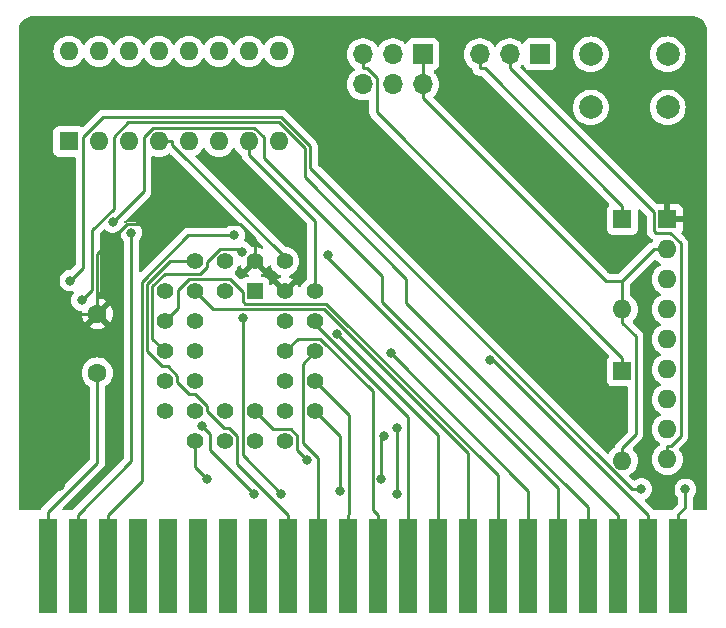
<source format=gbr>
%TF.GenerationSoftware,KiCad,Pcbnew,8.0.2*%
%TF.CreationDate,2024-08-26T19:14:41+02:00*%
%TF.ProjectId,c64-megacart,6336342d-6d65-4676-9163-6172742e6b69,rev?*%
%TF.SameCoordinates,Original*%
%TF.FileFunction,Copper,L2,Bot*%
%TF.FilePolarity,Positive*%
%FSLAX46Y46*%
G04 Gerber Fmt 4.6, Leading zero omitted, Abs format (unit mm)*
G04 Created by KiCad (PCBNEW 8.0.2) date 2024-08-26 19:14:41*
%MOMM*%
%LPD*%
G01*
G04 APERTURE LIST*
%TA.AperFunction,ComponentPad*%
%ADD10C,1.600000*%
%TD*%
%TA.AperFunction,ComponentPad*%
%ADD11C,2.000000*%
%TD*%
%TA.AperFunction,SMDPad,CuDef*%
%ADD12R,1.524000X8.000000*%
%TD*%
%TA.AperFunction,ComponentPad*%
%ADD13R,1.600000X1.600000*%
%TD*%
%TA.AperFunction,ComponentPad*%
%ADD14O,1.600000X1.600000*%
%TD*%
%TA.AperFunction,ComponentPad*%
%ADD15R,1.700000X1.700000*%
%TD*%
%TA.AperFunction,ComponentPad*%
%ADD16O,1.700000X1.700000*%
%TD*%
%TA.AperFunction,ComponentPad*%
%ADD17R,1.422400X1.422400*%
%TD*%
%TA.AperFunction,ComponentPad*%
%ADD18C,1.422400*%
%TD*%
%TA.AperFunction,ViaPad*%
%ADD19C,0.800000*%
%TD*%
%TA.AperFunction,Conductor*%
%ADD20C,0.250000*%
%TD*%
G04 APERTURE END LIST*
D10*
%TO.P,C1,1*%
%TO.N,+5V*%
X29845000Y-51435000D03*
%TO.P,C1,2*%
%TO.N,GND*%
X29845000Y-56435000D03*
%TD*%
D11*
%TO.P,SW1,1*%
%TO.N,GND*%
X71628000Y-29464000D03*
X78128000Y-29464000D03*
%TO.P,SW1,2*%
%TO.N,~{RES}*%
X71628000Y-33964000D03*
X78128000Y-33964000D03*
%TD*%
D12*
%TO.P,U1,A*%
%TO.N,GND*%
X25654000Y-72769726D03*
%TO.P,U1,B*%
%TO.N,~{ROMH}*%
X28194000Y-72769726D03*
%TO.P,U1,C*%
%TO.N,~{RES}*%
X30734000Y-72769726D03*
%TO.P,U1,D*%
%TO.N,Net-(U1-PadD)*%
X33274000Y-72769726D03*
%TO.P,U1,E*%
%TO.N,Net-(U1-PadE)*%
X35814000Y-72769726D03*
%TO.P,U1,F*%
%TO.N,Net-(U1-PadF)*%
X38354000Y-72769726D03*
%TO.P,U1,H*%
%TO.N,Net-(U1-PadH)*%
X40894000Y-72769726D03*
%TO.P,U1,J*%
%TO.N,Net-(U1-PadJ)*%
X43434000Y-72769726D03*
%TO.P,U1,K*%
%TO.N,Net-(U1-PadK)*%
X45974000Y-72769726D03*
%TO.P,U1,L*%
%TO.N,Net-(U1-PadL)*%
X48514000Y-72769726D03*
%TO.P,U1,M*%
%TO.N,Net-(U1-PadM)*%
X51054000Y-72769726D03*
%TO.P,U1,N*%
%TO.N,Net-(U1-PadN)*%
X53594000Y-72769726D03*
%TO.P,U1,P*%
%TO.N,Net-(U1-PadP)*%
X56134000Y-72769726D03*
%TO.P,U1,R*%
%TO.N,Net-(U1-PadR)*%
X58674000Y-72769726D03*
%TO.P,U1,S*%
%TO.N,Net-(U1-PadS)*%
X61214000Y-72769726D03*
%TO.P,U1,T*%
%TO.N,Net-(U1-PadT)*%
X63754000Y-72769726D03*
%TO.P,U1,U*%
%TO.N,Net-(U1-PadU)*%
X66294000Y-72769726D03*
%TO.P,U1,V*%
%TO.N,Net-(U1-PadV)*%
X68834000Y-72769726D03*
%TO.P,U1,W*%
%TO.N,Net-(U1-PadW)*%
X71374000Y-72769726D03*
%TO.P,U1,X*%
%TO.N,Net-(U1-PadX)*%
X73914000Y-72769726D03*
%TO.P,U1,Y*%
%TO.N,Net-(U1-PadY)*%
X76454000Y-72769726D03*
%TO.P,U1,Z*%
%TO.N,GND*%
X78994000Y-72769726D03*
%TD*%
D13*
%TO.P,RN1,1*%
%TO.N,+5V*%
X78105000Y-43434000D03*
D14*
%TO.P,RN1,2*%
%TO.N,~{OE}*%
X78105000Y-45974000D03*
%TO.P,RN1,3*%
%TO.N,Net-(RN1-Pad3)*%
X78105000Y-48514000D03*
%TO.P,RN1,4*%
%TO.N,A18*%
X78105000Y-51054000D03*
%TO.P,RN1,5*%
%TO.N,A17*%
X78105000Y-53594000D03*
%TO.P,RN1,6*%
%TO.N,A16*%
X78105000Y-56134000D03*
%TO.P,RN1,7*%
%TO.N,A15*%
X78105000Y-58674000D03*
%TO.P,RN1,8*%
%TO.N,A14*%
X78105000Y-61214000D03*
%TO.P,RN1,9*%
%TO.N,A13*%
X78105000Y-63754000D03*
%TD*%
D13*
%TO.P,D1,1*%
%TO.N,~{ROML}*%
X74295000Y-43434000D03*
D14*
%TO.P,D1,2*%
%TO.N,~{OE}*%
X74295000Y-51054000D03*
%TD*%
D13*
%TO.P,D2,1*%
%TO.N,~{ROMH}*%
X74295000Y-56261000D03*
D14*
%TO.P,D2,2*%
%TO.N,~{OE}*%
X74295000Y-63881000D03*
%TD*%
D15*
%TO.P,J1,1*%
%TO.N,~{OE}*%
X57404000Y-29464000D03*
D16*
%TO.P,J1,2*%
X57404000Y-32004000D03*
%TO.P,J1,3*%
%TO.N,~{ROML}*%
X54864000Y-29464000D03*
%TO.P,J1,4*%
%TO.N,~{OE}*%
X54864000Y-32004000D03*
%TO.P,J1,5*%
%TO.N,~{ROMH}*%
X52324000Y-29464000D03*
%TO.P,J1,6*%
%TO.N,~{OE}*%
X52324000Y-32004000D03*
%TD*%
D15*
%TO.P,J2,1*%
%TO.N,Net-(J2-Pad1)*%
X67310000Y-29464000D03*
D16*
%TO.P,J2,2*%
%TO.N,A13*%
X64770000Y-29464000D03*
%TO.P,J2,3*%
%TO.N,~{ROML}*%
X62230000Y-29464000D03*
%TD*%
D13*
%TO.P,SW2,1*%
%TO.N,~{GAME}*%
X27432000Y-36830000D03*
D14*
%TO.P,SW2,2*%
%TO.N,~{EXROM}*%
X29972000Y-36830000D03*
%TO.P,SW2,3*%
%TO.N,A18*%
X32512000Y-36830000D03*
%TO.P,SW2,4*%
%TO.N,A17*%
X35052000Y-36830000D03*
%TO.P,SW2,5*%
%TO.N,A16*%
X37592000Y-36830000D03*
%TO.P,SW2,6*%
%TO.N,A15*%
X40132000Y-36830000D03*
%TO.P,SW2,7*%
%TO.N,A14*%
X42672000Y-36830000D03*
%TO.P,SW2,8*%
%TO.N,Net-(J2-Pad1)*%
X45212000Y-36830000D03*
%TO.P,SW2,9*%
%TO.N,GND*%
X45212000Y-29210000D03*
%TO.P,SW2,10*%
X42672000Y-29210000D03*
%TO.P,SW2,11*%
X40132000Y-29210000D03*
%TO.P,SW2,12*%
X37592000Y-29210000D03*
%TO.P,SW2,13*%
X35052000Y-29210000D03*
%TO.P,SW2,14*%
X32512000Y-29210000D03*
%TO.P,SW2,15*%
X29972000Y-29210000D03*
%TO.P,SW2,16*%
X27432000Y-29210000D03*
%TD*%
D17*
%TO.P,U2,1*%
%TO.N,A18*%
X43180000Y-49530000D03*
D18*
%TO.P,U2,2*%
%TO.N,A16*%
X40640000Y-46990000D03*
%TO.P,U2,3*%
%TO.N,A15*%
X40640000Y-49530000D03*
%TO.P,U2,4*%
%TO.N,Net-(U1-PadK)*%
X38100000Y-46990000D03*
%TO.P,U2,5*%
%TO.N,Net-(U1-PadR)*%
X35560000Y-49530000D03*
%TO.P,U2,6*%
%TO.N,Net-(U1-PadS)*%
X38100000Y-49530000D03*
%TO.P,U2,7*%
%TO.N,Net-(U1-PadT)*%
X35560000Y-52070000D03*
%TO.P,U2,8*%
%TO.N,Net-(U1-PadU)*%
X38100000Y-52070000D03*
%TO.P,U2,9*%
%TO.N,Net-(U1-PadV)*%
X35560000Y-54610000D03*
%TO.P,U2,10*%
%TO.N,Net-(U1-PadW)*%
X38100000Y-54610000D03*
%TO.P,U2,11*%
%TO.N,Net-(U1-PadX)*%
X35560000Y-57150000D03*
%TO.P,U2,12*%
%TO.N,Net-(U1-PadY)*%
X38100000Y-57150000D03*
%TO.P,U2,13*%
%TO.N,D0*%
X35560000Y-59690000D03*
%TO.P,U2,14*%
%TO.N,D1*%
X38100000Y-62230000D03*
%TO.P,U2,15*%
%TO.N,D2*%
X38100000Y-59690000D03*
%TO.P,U2,16*%
%TO.N,GND*%
X40640000Y-62230000D03*
%TO.P,U2,17*%
%TO.N,D3*%
X40640000Y-59690000D03*
%TO.P,U2,18*%
%TO.N,D4*%
X43180000Y-62230000D03*
%TO.P,U2,19*%
%TO.N,D5*%
X43180000Y-59690000D03*
%TO.P,U2,20*%
%TO.N,D6*%
X45720000Y-62230000D03*
%TO.P,U2,21*%
%TO.N,D7*%
X48260000Y-59690000D03*
%TO.P,U2,22*%
%TO.N,GND*%
X45720000Y-59690000D03*
%TO.P,U2,23*%
%TO.N,Net-(U1-PadM)*%
X48260000Y-57150000D03*
%TO.P,U2,24*%
%TO.N,~{OE}*%
X45720000Y-57150000D03*
%TO.P,U2,25*%
%TO.N,Net-(U1-PadL)*%
X48260000Y-54610000D03*
%TO.P,U2,26*%
%TO.N,Net-(U1-PadN)*%
X45720000Y-54610000D03*
%TO.P,U2,27*%
%TO.N,Net-(U1-PadP)*%
X48260000Y-52070000D03*
%TO.P,U2,28*%
%TO.N,A13*%
X45720000Y-52070000D03*
%TO.P,U2,29*%
%TO.N,A14*%
X48260000Y-49530000D03*
%TO.P,U2,30*%
%TO.N,A17*%
X45720000Y-46990000D03*
%TO.P,U2,31*%
%TO.N,+5V*%
X45720000Y-49530000D03*
%TO.P,U2,32*%
X43180000Y-46990000D03*
%TD*%
D19*
%TO.N,GND*%
X79625000Y-66301300D03*
%TO.N,+5V*%
X26670000Y-66040000D03*
%TO.N,Net-(U1-PadU)*%
X54669500Y-54776500D03*
%TO.N,Net-(U1-PadV)*%
X42112100Y-46195300D03*
X49377500Y-46445700D03*
%TO.N,Net-(U1-PadW)*%
X31152600Y-43649800D03*
%TO.N,Net-(U1-PadX)*%
X28538500Y-50293400D03*
%TO.N,Net-(U1-PadY)*%
X63103900Y-55369200D03*
%TO.N,Net-(U1-PadR)*%
X50128700Y-53123200D03*
%TO.N,~{RES}*%
X41442100Y-44799700D03*
%TO.N,~{GAME}*%
X38708000Y-60947300D03*
X43088900Y-66698200D03*
%TO.N,~{EXROM}*%
X42143400Y-51758100D03*
X45417500Y-66677300D03*
%TO.N,~{ROML}*%
X55194200Y-66679800D03*
X55194200Y-61144000D03*
%TO.N,D7*%
X50386100Y-66446300D03*
%TO.N,D5*%
X47631800Y-63813700D03*
%TO.N,D1*%
X39116000Y-65457600D03*
X53892300Y-65457600D03*
X54098600Y-61800600D03*
%TO.N,D0*%
X27555400Y-48630800D03*
X75908200Y-66275700D03*
%TO.N,~{ROMH}*%
X32713000Y-44562300D03*
%TD*%
D20*
%TO.N,GND*%
X29845000Y-56435000D02*
X29845000Y-64027000D01*
X79625000Y-67813400D02*
X79625000Y-66301300D01*
X78994000Y-68444400D02*
X79625000Y-67813400D01*
X25654000Y-68218000D02*
X25654000Y-72769700D01*
X78994000Y-72769700D02*
X78994000Y-68444400D01*
X29845000Y-64027000D02*
X25654000Y-68218000D01*
%TO.N,+5V*%
X24765000Y-28575000D02*
X24765000Y-48260000D01*
X27305000Y-51435000D02*
X29845000Y-51435000D01*
X26670000Y-66040000D02*
X24765000Y-64135000D01*
X24765000Y-48895000D02*
X24765000Y-48260000D01*
X79756000Y-43434000D02*
X80645000Y-42545000D01*
X43180000Y-46990000D02*
X45720000Y-49530000D01*
X24765000Y-64135000D02*
X24765000Y-48895000D01*
X41910000Y-43815000D02*
X43180000Y-45085000D01*
X80645000Y-29210000D02*
X78740000Y-27305000D01*
X78105000Y-43434000D02*
X79756000Y-43434000D01*
X32385000Y-43815000D02*
X41910000Y-43815000D01*
X29845000Y-51435000D02*
X29845000Y-46355000D01*
X29845000Y-46355000D02*
X32385000Y-43815000D01*
X80645000Y-42545000D02*
X80645000Y-29210000D01*
X26035000Y-27305000D02*
X24765000Y-28575000D01*
X24765000Y-48895000D02*
X27305000Y-51435000D01*
X43180000Y-45085000D02*
X43180000Y-46990000D01*
X78740000Y-27305000D02*
X26035000Y-27305000D01*
%TO.N,A13*%
X76979600Y-42848900D02*
X64770000Y-30639300D01*
X79232000Y-61783000D02*
X79232000Y-45481500D01*
X78105000Y-62628700D02*
X78386300Y-62628700D01*
X78386300Y-62628700D02*
X79232000Y-61783000D01*
X76979600Y-44393100D02*
X76979600Y-42848900D01*
X78309900Y-44559400D02*
X77145900Y-44559400D01*
X64770000Y-29464000D02*
X64770000Y-30639300D01*
X79232000Y-45481500D02*
X78309900Y-44559400D01*
X78105000Y-63754000D02*
X78105000Y-62628700D01*
X77145900Y-44559400D02*
X76979600Y-44393100D01*
%TO.N,A14*%
X42672000Y-37955300D02*
X48260000Y-43543300D01*
X48260000Y-43543300D02*
X48260000Y-49530000D01*
X42672000Y-36830000D02*
X42672000Y-37955300D01*
%TO.N,A17*%
X45720000Y-46654100D02*
X36177300Y-37111400D01*
X45720000Y-46990000D02*
X45720000Y-46654100D01*
X35052000Y-36830000D02*
X36177300Y-36830000D01*
X36177300Y-37111400D02*
X36177300Y-36830000D01*
%TO.N,Net-(U1-PadK)*%
X36596600Y-57167100D02*
X36596600Y-56666100D01*
X35962800Y-46990000D02*
X38100000Y-46990000D01*
X45974000Y-72769700D02*
X45974000Y-68444400D01*
X39136600Y-59204500D02*
X38118700Y-58186600D01*
X45974000Y-68444400D02*
X41693000Y-64163400D01*
X41693000Y-64163400D02*
X41693000Y-61800600D01*
X41693000Y-61800600D02*
X41011700Y-61119300D01*
X38118700Y-58186600D02*
X37616100Y-58186600D01*
X36596600Y-56666100D02*
X35810500Y-55880000D01*
X37616100Y-58186600D02*
X36596600Y-57167100D01*
X40580600Y-61119300D02*
X39136600Y-59675300D01*
X34036600Y-54588900D02*
X34036600Y-48916200D01*
X35327700Y-55880000D02*
X34036600Y-54588900D01*
X35810500Y-55880000D02*
X35327700Y-55880000D01*
X41011700Y-61119300D02*
X40580600Y-61119300D01*
X39136600Y-59675300D02*
X39136600Y-59204500D01*
X34036600Y-48916200D02*
X35962800Y-46990000D01*
%TO.N,Net-(U1-PadL)*%
X48514000Y-72769700D02*
X48514000Y-68444400D01*
X47221700Y-55648300D02*
X48260000Y-54610000D01*
X48514000Y-68444400D02*
X48514000Y-63670100D01*
X48514000Y-63670100D02*
X47221700Y-62377800D01*
X47221700Y-62377800D02*
X47221700Y-55648300D01*
%TO.N,Net-(U1-PadM)*%
X51111900Y-60001900D02*
X48260000Y-57150000D01*
X51054000Y-72769700D02*
X51054000Y-68444400D01*
X51054000Y-68444400D02*
X51111900Y-68386500D01*
X51111900Y-68386500D02*
X51111900Y-60001900D01*
%TO.N,Net-(U1-PadU)*%
X54669500Y-54776500D02*
X66294000Y-66401000D01*
X66294000Y-66401000D02*
X66294000Y-72769700D01*
%TO.N,Net-(U1-PadV)*%
X40194200Y-45953400D02*
X41870200Y-45953400D01*
X39136600Y-47011000D02*
X40194200Y-45953400D01*
X38525300Y-48043000D02*
X39136600Y-47431700D01*
X68834000Y-66148600D02*
X68834000Y-72769700D01*
X49377500Y-46692100D02*
X68834000Y-66148600D01*
X34503000Y-53553000D02*
X34503000Y-49086700D01*
X35560000Y-54610000D02*
X34503000Y-53553000D01*
X41870200Y-45953400D02*
X42112100Y-46195300D01*
X49377500Y-46445700D02*
X49377500Y-46692100D01*
X35546700Y-48043000D02*
X38525300Y-48043000D01*
X39136600Y-47431700D02*
X39136600Y-47011000D01*
X34503000Y-49086700D02*
X35546700Y-48043000D01*
%TO.N,Net-(U1-PadW)*%
X33782000Y-41020400D02*
X33782000Y-36482000D01*
X43137900Y-35679000D02*
X43942000Y-36483100D01*
X71374000Y-67825500D02*
X71374000Y-72769700D01*
X31152600Y-43649800D02*
X33782000Y-41020400D01*
X34585000Y-35679000D02*
X43137900Y-35679000D01*
X33782000Y-36482000D02*
X34585000Y-35679000D01*
X53959500Y-48275400D02*
X53959500Y-50411000D01*
X53959500Y-50411000D02*
X71374000Y-67825500D01*
X43942000Y-36483100D02*
X43942000Y-38257900D01*
X43942000Y-38257900D02*
X53959500Y-48275400D01*
%TO.N,Net-(U1-PadX)*%
X29394600Y-49437300D02*
X28538500Y-50293400D01*
X55992400Y-48457500D02*
X47394700Y-39859800D01*
X45213100Y-35228700D02*
X32480400Y-35228700D01*
X31242000Y-42527800D02*
X29394600Y-44375200D01*
X55992400Y-50522800D02*
X55992400Y-48457500D01*
X47394700Y-37410300D02*
X45213100Y-35228700D01*
X32480400Y-35228700D02*
X31242000Y-36467100D01*
X73914000Y-72769700D02*
X73914000Y-68444400D01*
X31242000Y-36467100D02*
X31242000Y-42527800D01*
X47394700Y-39859800D02*
X47394700Y-37410300D01*
X29394600Y-44375200D02*
X29394600Y-49437300D01*
X73914000Y-68444400D02*
X55992400Y-50522800D01*
%TO.N,Net-(U1-PadY)*%
X76454000Y-68444400D02*
X63378800Y-55369200D01*
X63378800Y-55369200D02*
X63103900Y-55369200D01*
X76454000Y-72769700D02*
X76454000Y-68444400D01*
%TO.N,Net-(U1-PadR)*%
X58674000Y-72769700D02*
X58674000Y-68444400D01*
X50128700Y-53123200D02*
X58674000Y-61668500D01*
X58674000Y-61668500D02*
X58674000Y-68444400D01*
%TO.N,Net-(U1-PadS)*%
X61214000Y-72769700D02*
X61214000Y-63182500D01*
X49056400Y-51024900D02*
X39594900Y-51024900D01*
X39594900Y-51024900D02*
X38100000Y-49530000D01*
X61214000Y-63182500D02*
X49056400Y-51024900D01*
%TO.N,Net-(U1-PadT)*%
X42143400Y-50375900D02*
X42334000Y-50566500D01*
X49234900Y-50566500D02*
X63754000Y-65085600D01*
X63754000Y-65085600D02*
X63754000Y-72769700D01*
X42334000Y-50566500D02*
X49234900Y-50566500D01*
X36667400Y-50962600D02*
X36667400Y-49442100D01*
X35560000Y-52070000D02*
X36667400Y-50962600D01*
X42143400Y-49562500D02*
X42143400Y-50375900D01*
X41074300Y-48493400D02*
X42143400Y-49562500D01*
X36667400Y-49442100D02*
X37616100Y-48493400D01*
X37616100Y-48493400D02*
X41074300Y-48493400D01*
%TO.N,Net-(U1-PadP)*%
X56134000Y-72769700D02*
X56134000Y-68444400D01*
X48260000Y-52070000D02*
X48260000Y-52280200D01*
X48260000Y-52280200D02*
X56134000Y-60154200D01*
X56134000Y-60154200D02*
X56134000Y-68444400D01*
%TO.N,Net-(U1-PadN)*%
X53594000Y-72769700D02*
X53594000Y-68444400D01*
X53166900Y-57985100D02*
X48718900Y-53537100D01*
X53594000Y-68444400D02*
X53166900Y-68017300D01*
X53166900Y-68017300D02*
X53166900Y-57985100D01*
X46792900Y-53537100D02*
X45720000Y-54610000D01*
X48718900Y-53537100D02*
X46792900Y-53537100D01*
%TO.N,~{OE}*%
X57404000Y-32004000D02*
X57404000Y-33179300D01*
X75420300Y-53304600D02*
X75420300Y-61630400D01*
X74295000Y-63881000D02*
X74295000Y-62755700D01*
X74295000Y-52179300D02*
X75420300Y-53304600D01*
X78105000Y-45974000D02*
X76979700Y-45974000D01*
X57404000Y-29464000D02*
X57404000Y-32004000D01*
X76979700Y-45974000D02*
X74295000Y-48658700D01*
X72883400Y-48658700D02*
X57404000Y-33179300D01*
X74295000Y-48658700D02*
X72883400Y-48658700D01*
X74295000Y-51054000D02*
X74295000Y-52179300D01*
X74295000Y-48658700D02*
X74295000Y-51054000D01*
X75420300Y-61630400D02*
X74295000Y-62755700D01*
%TO.N,~{RES}*%
X41442100Y-44799700D02*
X37516200Y-44799700D01*
X37516200Y-44799700D02*
X33586200Y-48729700D01*
X30734000Y-72769700D02*
X30734000Y-68444400D01*
X33586200Y-65592200D02*
X30734000Y-68444400D01*
X33586200Y-48729700D02*
X33586200Y-65592200D01*
%TO.N,~{GAME}*%
X43088900Y-66698200D02*
X39370100Y-62979400D01*
X39370100Y-61609400D02*
X38708000Y-60947300D01*
X39370100Y-62979400D02*
X39370100Y-61609400D01*
%TO.N,~{EXROM}*%
X42143400Y-63403200D02*
X42143400Y-51758100D01*
X45417500Y-66677300D02*
X42143400Y-63403200D01*
%TO.N,~{ROML}*%
X62625600Y-30639300D02*
X74295000Y-42308700D01*
X62230000Y-29464000D02*
X62230000Y-30639300D01*
X55194200Y-66679800D02*
X55194200Y-61144000D01*
X74295000Y-43434000D02*
X74295000Y-42308700D01*
X62230000Y-30639300D02*
X62625600Y-30639300D01*
%TO.N,D7*%
X50386100Y-61816100D02*
X50386100Y-66446300D01*
X48260000Y-59690000D02*
X50386100Y-61816100D01*
%TO.N,D5*%
X44683400Y-61193400D02*
X46221300Y-61193400D01*
X46771200Y-62953100D02*
X47631800Y-63813700D01*
X46221300Y-61193400D02*
X46771200Y-61743300D01*
X43180000Y-59690000D02*
X44683400Y-61193400D01*
X46771200Y-61743300D02*
X46771200Y-62953100D01*
%TO.N,D1*%
X53892300Y-62006900D02*
X54098600Y-61800600D01*
X38100000Y-64441600D02*
X39116000Y-65457600D01*
X53892300Y-65457600D02*
X53892300Y-62006900D01*
X38100000Y-62230000D02*
X38100000Y-64441600D01*
%TO.N,D0*%
X75073200Y-66275700D02*
X47872300Y-39074800D01*
X47872300Y-37250900D02*
X45399800Y-34778400D01*
X47872300Y-39074800D02*
X47872300Y-37250900D01*
X30358400Y-34778400D02*
X28630800Y-36506000D01*
X28630800Y-47555400D02*
X27555400Y-48630800D01*
X28630800Y-36506000D02*
X28630800Y-47555400D01*
X75908200Y-66275700D02*
X75073200Y-66275700D01*
X45399800Y-34778400D02*
X30358400Y-34778400D01*
%TO.N,~{ROMH}*%
X52324000Y-30639300D02*
X52691400Y-30639300D01*
X52324000Y-29464000D02*
X52324000Y-30639300D01*
X53499300Y-34340000D02*
X74295000Y-55135700D01*
X52691400Y-30639300D02*
X53499300Y-31447200D01*
X32713000Y-44562300D02*
X32713000Y-63925400D01*
X28194000Y-72769700D02*
X28194000Y-68444400D01*
X53499300Y-31447200D02*
X53499300Y-34340000D01*
X32713000Y-63925400D02*
X28194000Y-68444400D01*
X74295000Y-56261000D02*
X74295000Y-55135700D01*
%TD*%
%TA.AperFunction,Conductor*%
%TO.N,+5V*%
G36*
X80268930Y-26237888D02*
G01*
X80440975Y-26251428D01*
X80460503Y-26254521D01*
X80541991Y-26274084D01*
X80623480Y-26293648D01*
X80642283Y-26299758D01*
X80797128Y-26363897D01*
X80814745Y-26372873D01*
X80957658Y-26460450D01*
X80973653Y-26472072D01*
X81101098Y-26580920D01*
X81115079Y-26594901D01*
X81223927Y-26722346D01*
X81235549Y-26738341D01*
X81323126Y-26881254D01*
X81332102Y-26898871D01*
X81396241Y-27053716D01*
X81402351Y-27072520D01*
X81441478Y-27235496D01*
X81444571Y-27255024D01*
X81458112Y-27427069D01*
X81458500Y-27436955D01*
X81458500Y-67946000D01*
X81438498Y-68014121D01*
X81384842Y-68060614D01*
X81332500Y-68072000D01*
X80373004Y-68072000D01*
X80304883Y-68051998D01*
X80258390Y-67998342D01*
X80248286Y-67928068D01*
X80249425Y-67921419D01*
X80258499Y-67875799D01*
X80258500Y-67875792D01*
X80258500Y-67003824D01*
X80278502Y-66935703D01*
X80290858Y-66919520D01*
X80364040Y-66838244D01*
X80459527Y-66672856D01*
X80518542Y-66491228D01*
X80538504Y-66301300D01*
X80518542Y-66111372D01*
X80459527Y-65929744D01*
X80364040Y-65764356D01*
X80364038Y-65764354D01*
X80364034Y-65764348D01*
X80236255Y-65622435D01*
X80081752Y-65510182D01*
X79907288Y-65432506D01*
X79720487Y-65392800D01*
X79529513Y-65392800D01*
X79342711Y-65432506D01*
X79168247Y-65510182D01*
X79013744Y-65622435D01*
X78885965Y-65764348D01*
X78885958Y-65764358D01*
X78790476Y-65929738D01*
X78790473Y-65929745D01*
X78731457Y-66111372D01*
X78711496Y-66301300D01*
X78731457Y-66491227D01*
X78731741Y-66492100D01*
X78790473Y-66672856D01*
X78790476Y-66672861D01*
X78872484Y-66814904D01*
X78885960Y-66838244D01*
X78959137Y-66919515D01*
X78989853Y-66983520D01*
X78991500Y-67003824D01*
X78991500Y-67498804D01*
X78971498Y-67566925D01*
X78954596Y-67587899D01*
X78590167Y-67952329D01*
X78590166Y-67952329D01*
X78507400Y-68035095D01*
X78445088Y-68069121D01*
X78418305Y-68072000D01*
X77029695Y-68072000D01*
X76961574Y-68051998D01*
X76940600Y-68035096D01*
X76899722Y-67994218D01*
X76857833Y-67952329D01*
X76222913Y-67317409D01*
X76188887Y-67255097D01*
X76193952Y-67184282D01*
X76236499Y-67127446D01*
X76260755Y-67113209D01*
X76364952Y-67066818D01*
X76519453Y-66954566D01*
X76519455Y-66954564D01*
X76647234Y-66812651D01*
X76647235Y-66812649D01*
X76647240Y-66812644D01*
X76742727Y-66647256D01*
X76801742Y-66465628D01*
X76821704Y-66275700D01*
X76801742Y-66085772D01*
X76742727Y-65904144D01*
X76647240Y-65738756D01*
X76647238Y-65738754D01*
X76647234Y-65738748D01*
X76519455Y-65596835D01*
X76364952Y-65484582D01*
X76190488Y-65406906D01*
X76003687Y-65367200D01*
X75812713Y-65367200D01*
X75625911Y-65406906D01*
X75451447Y-65484582D01*
X75380123Y-65536403D01*
X75313255Y-65560261D01*
X75244104Y-65544181D01*
X75216967Y-65523562D01*
X74915435Y-65222030D01*
X74881409Y-65159718D01*
X74886474Y-65088903D01*
X74929021Y-65032067D01*
X74947006Y-65021300D01*
X74946989Y-65021271D01*
X74948874Y-65020182D01*
X74951286Y-65018738D01*
X74951749Y-65018523D01*
X75139300Y-64887198D01*
X75301198Y-64725300D01*
X75432523Y-64537749D01*
X75529284Y-64330243D01*
X75588543Y-64109087D01*
X75608498Y-63881000D01*
X75588543Y-63652913D01*
X75529284Y-63431757D01*
X75432523Y-63224251D01*
X75301198Y-63036700D01*
X75194645Y-62930147D01*
X75160620Y-62867835D01*
X75165686Y-62797019D01*
X75194643Y-62751959D01*
X75912372Y-62034233D01*
X75981701Y-61930475D01*
X76026584Y-61822115D01*
X76029455Y-61815185D01*
X76053800Y-61692794D01*
X76053800Y-53242206D01*
X76029455Y-53119815D01*
X76015468Y-53086047D01*
X75981701Y-53004525D01*
X75912372Y-52900767D01*
X75194645Y-52183041D01*
X75160621Y-52120729D01*
X75165685Y-52049914D01*
X75194642Y-52004855D01*
X75301198Y-51898300D01*
X75432523Y-51710749D01*
X75529284Y-51503243D01*
X75588543Y-51282087D01*
X75608498Y-51054000D01*
X75588543Y-50825913D01*
X75529284Y-50604757D01*
X75432523Y-50397251D01*
X75301198Y-50209700D01*
X75139300Y-50047802D01*
X75139296Y-50047799D01*
X74982229Y-49937819D01*
X74937901Y-49882362D01*
X74928500Y-49834606D01*
X74928500Y-48973293D01*
X74948502Y-48905172D01*
X74965400Y-48884203D01*
X76975959Y-46873643D01*
X77038269Y-46839620D01*
X77109084Y-46844684D01*
X77154147Y-46873645D01*
X77260700Y-46980198D01*
X77448251Y-47111523D01*
X77483359Y-47127894D01*
X77487457Y-47129805D01*
X77540742Y-47176722D01*
X77560203Y-47244999D01*
X77539661Y-47312959D01*
X77487457Y-47358195D01*
X77448250Y-47376477D01*
X77260703Y-47507799D01*
X77260697Y-47507804D01*
X77098804Y-47669697D01*
X77098799Y-47669703D01*
X76967477Y-47857250D01*
X76870717Y-48064753D01*
X76870715Y-48064759D01*
X76830630Y-48214359D01*
X76811457Y-48285913D01*
X76791502Y-48514000D01*
X76811457Y-48742087D01*
X76832529Y-48820727D01*
X76870715Y-48963240D01*
X76870717Y-48963246D01*
X76967477Y-49170749D01*
X77070158Y-49317393D01*
X77098802Y-49358300D01*
X77260700Y-49520198D01*
X77448251Y-49651523D01*
X77483359Y-49667894D01*
X77487457Y-49669805D01*
X77540742Y-49716722D01*
X77560203Y-49784999D01*
X77539661Y-49852959D01*
X77487457Y-49898195D01*
X77448250Y-49916477D01*
X77260703Y-50047799D01*
X77260697Y-50047804D01*
X77098804Y-50209697D01*
X77098799Y-50209703D01*
X76967477Y-50397250D01*
X76870717Y-50604753D01*
X76870715Y-50604759D01*
X76830630Y-50754359D01*
X76811457Y-50825913D01*
X76791502Y-51054000D01*
X76811327Y-51280606D01*
X76811457Y-51282086D01*
X76870715Y-51503240D01*
X76870717Y-51503246D01*
X76967477Y-51710749D01*
X77088836Y-51884068D01*
X77098802Y-51898300D01*
X77260700Y-52060198D01*
X77448251Y-52191523D01*
X77471500Y-52202364D01*
X77487457Y-52209805D01*
X77540742Y-52256722D01*
X77560203Y-52324999D01*
X77539661Y-52392959D01*
X77487457Y-52438195D01*
X77448250Y-52456477D01*
X77260703Y-52587799D01*
X77260697Y-52587804D01*
X77098804Y-52749697D01*
X77098799Y-52749703D01*
X76967477Y-52937250D01*
X76870717Y-53144753D01*
X76870715Y-53144759D01*
X76830630Y-53294359D01*
X76811457Y-53365913D01*
X76791502Y-53594000D01*
X76811457Y-53822087D01*
X76834399Y-53907706D01*
X76870715Y-54043240D01*
X76870717Y-54043246D01*
X76967477Y-54250749D01*
X77075446Y-54404945D01*
X77098802Y-54438300D01*
X77260700Y-54600198D01*
X77448251Y-54731523D01*
X77483359Y-54747894D01*
X77487457Y-54749805D01*
X77540742Y-54796722D01*
X77560203Y-54864999D01*
X77539661Y-54932959D01*
X77487457Y-54978195D01*
X77448250Y-54996477D01*
X77260703Y-55127799D01*
X77260697Y-55127804D01*
X77098804Y-55289697D01*
X77098799Y-55289703D01*
X76967477Y-55477250D01*
X76870717Y-55684753D01*
X76870715Y-55684759D01*
X76849792Y-55762846D01*
X76811457Y-55905913D01*
X76791502Y-56134000D01*
X76805361Y-56292415D01*
X76811457Y-56362086D01*
X76870715Y-56583240D01*
X76870717Y-56583246D01*
X76967477Y-56790749D01*
X77070158Y-56937393D01*
X77098802Y-56978300D01*
X77260700Y-57140198D01*
X77448251Y-57271523D01*
X77483359Y-57287894D01*
X77487457Y-57289805D01*
X77540742Y-57336722D01*
X77560203Y-57404999D01*
X77539661Y-57472959D01*
X77487457Y-57518195D01*
X77448250Y-57536477D01*
X77260703Y-57667799D01*
X77260697Y-57667804D01*
X77098804Y-57829697D01*
X77098799Y-57829703D01*
X76967477Y-58017250D01*
X76870717Y-58224753D01*
X76870715Y-58224759D01*
X76849792Y-58302846D01*
X76811457Y-58445913D01*
X76791502Y-58674000D01*
X76811457Y-58902087D01*
X76812527Y-58906080D01*
X76870715Y-59123240D01*
X76870717Y-59123246D01*
X76967477Y-59330749D01*
X77089684Y-59505279D01*
X77098802Y-59518300D01*
X77260700Y-59680198D01*
X77448251Y-59811523D01*
X77483359Y-59827894D01*
X77487457Y-59829805D01*
X77540742Y-59876722D01*
X77560203Y-59944999D01*
X77539661Y-60012959D01*
X77487457Y-60058195D01*
X77448250Y-60076477D01*
X77260703Y-60207799D01*
X77260697Y-60207804D01*
X77098804Y-60369697D01*
X77098799Y-60369703D01*
X76967477Y-60557250D01*
X76870717Y-60764753D01*
X76870715Y-60764759D01*
X76843051Y-60868002D01*
X76811457Y-60985913D01*
X76791502Y-61214000D01*
X76808203Y-61404899D01*
X76811457Y-61442086D01*
X76870715Y-61663240D01*
X76870717Y-61663246D01*
X76967477Y-61870749D01*
X77070158Y-62017393D01*
X77098802Y-62058300D01*
X77260700Y-62220198D01*
X77260703Y-62220200D01*
X77438810Y-62344912D01*
X77483138Y-62400369D01*
X77490447Y-62470988D01*
X77490118Y-62472707D01*
X77473536Y-62556067D01*
X77440628Y-62618977D01*
X77422228Y-62634698D01*
X77260703Y-62747799D01*
X77260697Y-62747804D01*
X77098804Y-62909697D01*
X77098799Y-62909703D01*
X76967477Y-63097250D01*
X76870717Y-63304753D01*
X76870715Y-63304759D01*
X76832422Y-63447670D01*
X76811457Y-63525913D01*
X76791502Y-63754000D01*
X76811457Y-63982087D01*
X76840210Y-64089394D01*
X76870715Y-64203240D01*
X76870717Y-64203246D01*
X76967477Y-64410749D01*
X77056403Y-64537749D01*
X77098802Y-64598300D01*
X77260700Y-64760198D01*
X77448251Y-64891523D01*
X77655757Y-64988284D01*
X77876913Y-65047543D01*
X78105000Y-65067498D01*
X78333087Y-65047543D01*
X78554243Y-64988284D01*
X78761749Y-64891523D01*
X78949300Y-64760198D01*
X79111198Y-64598300D01*
X79242523Y-64410749D01*
X79339284Y-64203243D01*
X79398543Y-63982087D01*
X79418498Y-63754000D01*
X79398543Y-63525913D01*
X79339284Y-63304757D01*
X79242523Y-63097251D01*
X79126539Y-62931610D01*
X79103852Y-62864337D01*
X79121137Y-62795477D01*
X79140651Y-62770252D01*
X79724071Y-62186833D01*
X79793400Y-62083075D01*
X79841155Y-61967785D01*
X79865500Y-61845394D01*
X79865500Y-61720607D01*
X79865500Y-45419106D01*
X79841155Y-45296715D01*
X79793400Y-45181425D01*
X79724071Y-45077667D01*
X79635833Y-44989429D01*
X79334576Y-44688172D01*
X79300550Y-44625860D01*
X79305615Y-44555045D01*
X79322803Y-44523567D01*
X79355445Y-44479963D01*
X79406494Y-44343093D01*
X79412999Y-44282597D01*
X79413000Y-44282585D01*
X79413000Y-43688000D01*
X78416686Y-43688000D01*
X78425080Y-43679606D01*
X78477741Y-43588394D01*
X78505000Y-43486661D01*
X78505000Y-43381339D01*
X78477741Y-43279606D01*
X78425080Y-43188394D01*
X78416686Y-43180000D01*
X79413000Y-43180000D01*
X79413000Y-42585414D01*
X79412999Y-42585402D01*
X79406494Y-42524906D01*
X79355444Y-42388035D01*
X79355444Y-42388034D01*
X79267904Y-42271095D01*
X79150965Y-42183555D01*
X79014093Y-42132505D01*
X78953597Y-42126000D01*
X78359000Y-42126000D01*
X78359000Y-43122314D01*
X78350606Y-43113920D01*
X78259394Y-43061259D01*
X78157661Y-43034000D01*
X78052339Y-43034000D01*
X77950606Y-43061259D01*
X77859394Y-43113920D01*
X77851000Y-43122314D01*
X77851000Y-42126000D01*
X77256402Y-42126000D01*
X77222619Y-42129633D01*
X77152750Y-42117028D01*
X77120054Y-42093450D01*
X68990604Y-33964000D01*
X70114835Y-33964000D01*
X70129072Y-34144900D01*
X70133465Y-34200710D01*
X70188894Y-34431592D01*
X70227497Y-34524787D01*
X70279760Y-34650963D01*
X70336672Y-34743835D01*
X70403825Y-34853417D01*
X70403826Y-34853419D01*
X70558030Y-35033969D01*
X70738580Y-35188173D01*
X70738584Y-35188176D01*
X70941037Y-35312240D01*
X71160406Y-35403105D01*
X71391289Y-35458535D01*
X71628000Y-35477165D01*
X71864711Y-35458535D01*
X72095594Y-35403105D01*
X72314963Y-35312240D01*
X72517416Y-35188176D01*
X72697969Y-35033969D01*
X72852176Y-34853416D01*
X72976240Y-34650963D01*
X73067105Y-34431594D01*
X73122535Y-34200711D01*
X73141165Y-33964000D01*
X76614835Y-33964000D01*
X76629072Y-34144900D01*
X76633465Y-34200710D01*
X76688894Y-34431592D01*
X76727497Y-34524787D01*
X76779760Y-34650963D01*
X76836672Y-34743835D01*
X76903825Y-34853417D01*
X76903826Y-34853419D01*
X77058030Y-35033969D01*
X77238580Y-35188173D01*
X77238584Y-35188176D01*
X77441037Y-35312240D01*
X77660406Y-35403105D01*
X77891289Y-35458535D01*
X78128000Y-35477165D01*
X78364711Y-35458535D01*
X78595594Y-35403105D01*
X78814963Y-35312240D01*
X79017416Y-35188176D01*
X79197969Y-35033969D01*
X79352176Y-34853416D01*
X79476240Y-34650963D01*
X79567105Y-34431594D01*
X79622535Y-34200711D01*
X79641165Y-33964000D01*
X79622535Y-33727289D01*
X79567105Y-33496406D01*
X79476240Y-33277037D01*
X79352176Y-33074584D01*
X79298095Y-33011263D01*
X79197969Y-32894030D01*
X79017419Y-32739826D01*
X79017417Y-32739825D01*
X79017416Y-32739824D01*
X78814963Y-32615760D01*
X78595594Y-32524895D01*
X78595592Y-32524894D01*
X78437651Y-32486976D01*
X78364711Y-32469465D01*
X78128000Y-32450835D01*
X77891289Y-32469465D01*
X77660407Y-32524894D01*
X77441038Y-32615759D01*
X77238582Y-32739825D01*
X77238580Y-32739826D01*
X77058030Y-32894030D01*
X76903826Y-33074580D01*
X76903825Y-33074582D01*
X76779759Y-33277038D01*
X76688894Y-33496407D01*
X76668073Y-33583135D01*
X76633465Y-33727289D01*
X76614835Y-33964000D01*
X73141165Y-33964000D01*
X73122535Y-33727289D01*
X73067105Y-33496406D01*
X72976240Y-33277037D01*
X72852176Y-33074584D01*
X72798095Y-33011263D01*
X72697969Y-32894030D01*
X72517419Y-32739826D01*
X72517417Y-32739825D01*
X72517416Y-32739824D01*
X72314963Y-32615760D01*
X72095594Y-32524895D01*
X72095592Y-32524894D01*
X71937651Y-32486976D01*
X71864711Y-32469465D01*
X71628000Y-32450835D01*
X71391289Y-32469465D01*
X71160407Y-32524894D01*
X70941038Y-32615759D01*
X70738582Y-32739825D01*
X70738580Y-32739826D01*
X70558030Y-32894030D01*
X70403826Y-33074580D01*
X70403825Y-33074582D01*
X70279759Y-33277038D01*
X70188894Y-33496407D01*
X70168073Y-33583135D01*
X70133465Y-33727289D01*
X70114835Y-33964000D01*
X68990604Y-33964000D01*
X65681817Y-30655213D01*
X65647791Y-30592901D01*
X65652856Y-30522086D01*
X65690166Y-30471263D01*
X65689405Y-30470436D01*
X65693230Y-30466913D01*
X65693240Y-30466906D01*
X65754245Y-30400637D01*
X65815096Y-30364067D01*
X65886061Y-30366200D01*
X65944606Y-30406362D01*
X65965000Y-30441941D01*
X66009111Y-30560204D01*
X66009112Y-30560207D01*
X66096738Y-30677261D01*
X66213792Y-30764887D01*
X66213794Y-30764888D01*
X66213796Y-30764889D01*
X66272875Y-30786924D01*
X66350795Y-30815988D01*
X66350803Y-30815990D01*
X66411350Y-30822499D01*
X66411355Y-30822499D01*
X66411362Y-30822500D01*
X66411368Y-30822500D01*
X68208632Y-30822500D01*
X68208638Y-30822500D01*
X68208645Y-30822499D01*
X68208649Y-30822499D01*
X68269196Y-30815990D01*
X68269199Y-30815989D01*
X68269201Y-30815989D01*
X68279253Y-30812240D01*
X68288045Y-30808960D01*
X68406204Y-30764889D01*
X68436094Y-30742514D01*
X68523261Y-30677261D01*
X68610887Y-30560207D01*
X68610887Y-30560206D01*
X68610889Y-30560204D01*
X68661989Y-30423201D01*
X68663800Y-30406362D01*
X68668499Y-30362649D01*
X68668500Y-30362632D01*
X68668500Y-29464000D01*
X70114835Y-29464000D01*
X70133465Y-29700710D01*
X70188894Y-29931592D01*
X70266632Y-30119268D01*
X70279760Y-30150963D01*
X70400212Y-30347522D01*
X70403825Y-30353417D01*
X70403826Y-30353419D01*
X70558030Y-30533969D01*
X70721049Y-30673200D01*
X70738584Y-30688176D01*
X70941037Y-30812240D01*
X71160406Y-30903105D01*
X71391289Y-30958535D01*
X71628000Y-30977165D01*
X71864711Y-30958535D01*
X72095594Y-30903105D01*
X72314963Y-30812240D01*
X72517416Y-30688176D01*
X72697969Y-30533969D01*
X72852176Y-30353416D01*
X72976240Y-30150963D01*
X73067105Y-29931594D01*
X73122535Y-29700711D01*
X73141165Y-29464000D01*
X76614835Y-29464000D01*
X76633465Y-29700710D01*
X76688894Y-29931592D01*
X76766632Y-30119268D01*
X76779760Y-30150963D01*
X76900212Y-30347522D01*
X76903825Y-30353417D01*
X76903826Y-30353419D01*
X77058030Y-30533969D01*
X77221049Y-30673200D01*
X77238584Y-30688176D01*
X77441037Y-30812240D01*
X77660406Y-30903105D01*
X77891289Y-30958535D01*
X78128000Y-30977165D01*
X78364711Y-30958535D01*
X78595594Y-30903105D01*
X78814963Y-30812240D01*
X79017416Y-30688176D01*
X79197969Y-30533969D01*
X79352176Y-30353416D01*
X79476240Y-30150963D01*
X79567105Y-29931594D01*
X79622535Y-29700711D01*
X79641165Y-29464000D01*
X79622535Y-29227289D01*
X79567105Y-28996406D01*
X79476240Y-28777037D01*
X79352176Y-28574584D01*
X79344300Y-28565362D01*
X79197969Y-28394030D01*
X79017419Y-28239826D01*
X79017417Y-28239825D01*
X79017416Y-28239824D01*
X78814963Y-28115760D01*
X78805908Y-28112009D01*
X78595592Y-28024894D01*
X78437651Y-27986976D01*
X78364711Y-27969465D01*
X78128000Y-27950835D01*
X77891289Y-27969465D01*
X77660407Y-28024894D01*
X77441038Y-28115759D01*
X77238582Y-28239825D01*
X77238580Y-28239826D01*
X77058030Y-28394030D01*
X76903826Y-28574580D01*
X76903825Y-28574582D01*
X76779759Y-28777038D01*
X76688894Y-28996407D01*
X76633465Y-29227289D01*
X76614835Y-29464000D01*
X73141165Y-29464000D01*
X73122535Y-29227289D01*
X73067105Y-28996406D01*
X72976240Y-28777037D01*
X72852176Y-28574584D01*
X72844300Y-28565362D01*
X72697969Y-28394030D01*
X72517419Y-28239826D01*
X72517417Y-28239825D01*
X72517416Y-28239824D01*
X72314963Y-28115760D01*
X72305908Y-28112009D01*
X72095592Y-28024894D01*
X71937651Y-27986976D01*
X71864711Y-27969465D01*
X71628000Y-27950835D01*
X71391289Y-27969465D01*
X71160407Y-28024894D01*
X70941038Y-28115759D01*
X70738582Y-28239825D01*
X70738580Y-28239826D01*
X70558030Y-28394030D01*
X70403826Y-28574580D01*
X70403825Y-28574582D01*
X70279759Y-28777038D01*
X70188894Y-28996407D01*
X70133465Y-29227289D01*
X70114835Y-29464000D01*
X68668500Y-29464000D01*
X68668500Y-28565367D01*
X68668499Y-28565350D01*
X68661990Y-28504803D01*
X68661988Y-28504795D01*
X68610889Y-28367797D01*
X68610887Y-28367792D01*
X68523261Y-28250738D01*
X68406207Y-28163112D01*
X68406202Y-28163110D01*
X68269204Y-28112011D01*
X68269196Y-28112009D01*
X68208649Y-28105500D01*
X68208638Y-28105500D01*
X66411362Y-28105500D01*
X66411350Y-28105500D01*
X66350803Y-28112009D01*
X66350795Y-28112011D01*
X66213797Y-28163110D01*
X66213792Y-28163112D01*
X66096738Y-28250738D01*
X66009112Y-28367792D01*
X66009111Y-28367795D01*
X65965000Y-28486058D01*
X65922453Y-28542893D01*
X65855932Y-28567703D01*
X65786558Y-28552611D01*
X65754246Y-28527363D01*
X65693240Y-28461094D01*
X65693239Y-28461093D01*
X65693237Y-28461091D01*
X65573372Y-28367796D01*
X65515576Y-28322811D01*
X65317574Y-28215658D01*
X65317572Y-28215657D01*
X65317571Y-28215656D01*
X65104639Y-28142557D01*
X65104630Y-28142555D01*
X65060476Y-28135187D01*
X64882569Y-28105500D01*
X64657431Y-28105500D01*
X64509211Y-28130233D01*
X64435369Y-28142555D01*
X64435360Y-28142557D01*
X64222428Y-28215656D01*
X64222426Y-28215658D01*
X64024426Y-28322810D01*
X64024424Y-28322811D01*
X63846762Y-28461091D01*
X63694279Y-28626729D01*
X63605483Y-28762643D01*
X63551479Y-28808731D01*
X63481131Y-28818306D01*
X63416774Y-28788329D01*
X63394517Y-28762643D01*
X63305720Y-28626729D01*
X63153237Y-28461091D01*
X63033372Y-28367796D01*
X62975576Y-28322811D01*
X62777574Y-28215658D01*
X62777572Y-28215657D01*
X62777571Y-28215656D01*
X62564639Y-28142557D01*
X62564630Y-28142555D01*
X62520476Y-28135187D01*
X62342569Y-28105500D01*
X62117431Y-28105500D01*
X61969211Y-28130233D01*
X61895369Y-28142555D01*
X61895360Y-28142557D01*
X61682428Y-28215656D01*
X61682426Y-28215658D01*
X61484426Y-28322810D01*
X61484424Y-28322811D01*
X61306762Y-28461091D01*
X61154279Y-28626729D01*
X61154275Y-28626734D01*
X61031141Y-28815206D01*
X60940703Y-29021386D01*
X60940702Y-29021387D01*
X60885437Y-29239624D01*
X60885436Y-29239630D01*
X60885436Y-29239632D01*
X60866844Y-29464000D01*
X60883022Y-29659240D01*
X60885437Y-29688375D01*
X60940702Y-29906612D01*
X60940703Y-29906613D01*
X60940704Y-29906616D01*
X60960000Y-29950606D01*
X61031141Y-30112793D01*
X61154275Y-30301265D01*
X61154279Y-30301270D01*
X61245755Y-30400638D01*
X61306755Y-30466901D01*
X61306762Y-30466908D01*
X61353829Y-30503542D01*
X61484424Y-30605189D01*
X61484430Y-30605192D01*
X61536445Y-30633341D01*
X61586836Y-30683354D01*
X61600056Y-30719573D01*
X61604620Y-30742516D01*
X61620845Y-30824085D01*
X61668600Y-30939375D01*
X61737929Y-31043133D01*
X61826167Y-31131371D01*
X61929925Y-31200700D01*
X62045215Y-31248455D01*
X62167606Y-31272800D01*
X62311006Y-31272800D01*
X62379127Y-31292802D01*
X62400101Y-31309705D01*
X73160105Y-42069710D01*
X73194131Y-42132022D01*
X73189066Y-42202837D01*
X73146523Y-42259670D01*
X73131739Y-42270737D01*
X73044112Y-42387792D01*
X73044110Y-42387797D01*
X72993011Y-42524795D01*
X72993009Y-42524803D01*
X72986500Y-42585350D01*
X72986500Y-44282649D01*
X72993009Y-44343196D01*
X72993011Y-44343204D01*
X73044110Y-44480202D01*
X73044112Y-44480207D01*
X73131738Y-44597261D01*
X73248792Y-44684887D01*
X73248794Y-44684888D01*
X73248796Y-44684889D01*
X73307875Y-44706924D01*
X73385795Y-44735988D01*
X73385803Y-44735990D01*
X73446350Y-44742499D01*
X73446355Y-44742499D01*
X73446362Y-44742500D01*
X73446368Y-44742500D01*
X75143632Y-44742500D01*
X75143638Y-44742500D01*
X75143645Y-44742499D01*
X75143649Y-44742499D01*
X75204196Y-44735990D01*
X75204199Y-44735989D01*
X75204201Y-44735989D01*
X75341204Y-44684889D01*
X75425651Y-44621673D01*
X75458261Y-44597261D01*
X75545887Y-44480207D01*
X75545887Y-44480206D01*
X75545889Y-44480204D01*
X75596989Y-44343201D01*
X75598333Y-44330706D01*
X75603499Y-44282649D01*
X75603500Y-44282632D01*
X75603500Y-42672894D01*
X75623502Y-42604773D01*
X75677158Y-42558280D01*
X75747432Y-42548176D01*
X75812012Y-42577670D01*
X75818595Y-42583799D01*
X76309195Y-43074399D01*
X76343221Y-43136711D01*
X76346100Y-43163494D01*
X76346100Y-44330706D01*
X76346100Y-44455494D01*
X76370445Y-44577885D01*
X76418200Y-44693175D01*
X76457657Y-44752227D01*
X76487528Y-44796931D01*
X76487529Y-44796933D01*
X76742067Y-45051472D01*
X76845828Y-45120803D01*
X76851282Y-45123718D01*
X76850402Y-45125363D01*
X76898875Y-45164426D01*
X76921295Y-45231789D01*
X76903736Y-45300580D01*
X76851773Y-45348958D01*
X76819960Y-45359863D01*
X76794915Y-45364845D01*
X76794914Y-45364845D01*
X76794911Y-45364846D01*
X76679623Y-45412601D01*
X76575871Y-45481926D01*
X76575864Y-45481931D01*
X74069501Y-47988295D01*
X74007189Y-48022321D01*
X73980406Y-48025200D01*
X73197994Y-48025200D01*
X73129873Y-48005198D01*
X73108899Y-47988295D01*
X58315817Y-33195213D01*
X58281791Y-33132901D01*
X58286856Y-33062086D01*
X58324166Y-33011263D01*
X58323405Y-33010436D01*
X58327237Y-33006908D01*
X58327240Y-33006906D01*
X58479722Y-32841268D01*
X58602860Y-32652791D01*
X58693296Y-32446616D01*
X58748564Y-32228368D01*
X58767156Y-32004000D01*
X58748564Y-31779632D01*
X58693296Y-31561384D01*
X58602860Y-31355209D01*
X58596140Y-31344924D01*
X58479724Y-31166734D01*
X58479719Y-31166729D01*
X58447169Y-31131371D01*
X58336524Y-31011179D01*
X58305103Y-30947514D01*
X58313090Y-30876968D01*
X58357948Y-30821939D01*
X58385183Y-30807789D01*
X58500204Y-30764889D01*
X58530094Y-30742514D01*
X58617261Y-30677261D01*
X58704887Y-30560207D01*
X58704887Y-30560206D01*
X58704889Y-30560204D01*
X58755989Y-30423201D01*
X58757800Y-30406362D01*
X58762499Y-30362649D01*
X58762500Y-30362632D01*
X58762500Y-28565367D01*
X58762499Y-28565350D01*
X58755990Y-28504803D01*
X58755988Y-28504795D01*
X58704889Y-28367797D01*
X58704887Y-28367792D01*
X58617261Y-28250738D01*
X58500207Y-28163112D01*
X58500202Y-28163110D01*
X58363204Y-28112011D01*
X58363196Y-28112009D01*
X58302649Y-28105500D01*
X58302638Y-28105500D01*
X56505362Y-28105500D01*
X56505350Y-28105500D01*
X56444803Y-28112009D01*
X56444795Y-28112011D01*
X56307797Y-28163110D01*
X56307792Y-28163112D01*
X56190738Y-28250738D01*
X56103112Y-28367792D01*
X56103111Y-28367795D01*
X56059000Y-28486058D01*
X56016453Y-28542893D01*
X55949932Y-28567703D01*
X55880558Y-28552611D01*
X55848246Y-28527363D01*
X55787240Y-28461094D01*
X55787239Y-28461093D01*
X55787237Y-28461091D01*
X55667372Y-28367796D01*
X55609576Y-28322811D01*
X55411574Y-28215658D01*
X55411572Y-28215657D01*
X55411571Y-28215656D01*
X55198639Y-28142557D01*
X55198630Y-28142555D01*
X55154476Y-28135187D01*
X54976569Y-28105500D01*
X54751431Y-28105500D01*
X54603211Y-28130233D01*
X54529369Y-28142555D01*
X54529360Y-28142557D01*
X54316428Y-28215656D01*
X54316426Y-28215658D01*
X54118426Y-28322810D01*
X54118424Y-28322811D01*
X53940762Y-28461091D01*
X53788279Y-28626729D01*
X53699483Y-28762643D01*
X53645479Y-28808731D01*
X53575131Y-28818306D01*
X53510774Y-28788329D01*
X53488517Y-28762643D01*
X53399720Y-28626729D01*
X53247237Y-28461091D01*
X53127372Y-28367796D01*
X53069576Y-28322811D01*
X52871574Y-28215658D01*
X52871572Y-28215657D01*
X52871571Y-28215656D01*
X52658639Y-28142557D01*
X52658630Y-28142555D01*
X52614476Y-28135187D01*
X52436569Y-28105500D01*
X52211431Y-28105500D01*
X52063211Y-28130233D01*
X51989369Y-28142555D01*
X51989360Y-28142557D01*
X51776428Y-28215656D01*
X51776426Y-28215658D01*
X51578426Y-28322810D01*
X51578424Y-28322811D01*
X51400762Y-28461091D01*
X51248279Y-28626729D01*
X51248275Y-28626734D01*
X51125141Y-28815206D01*
X51034703Y-29021386D01*
X51034702Y-29021387D01*
X50979437Y-29239624D01*
X50979436Y-29239630D01*
X50979436Y-29239632D01*
X50960844Y-29464000D01*
X50977022Y-29659240D01*
X50979437Y-29688375D01*
X51034702Y-29906612D01*
X51034703Y-29906613D01*
X51034704Y-29906616D01*
X51054000Y-29950606D01*
X51125141Y-30112793D01*
X51248275Y-30301265D01*
X51248279Y-30301270D01*
X51339755Y-30400638D01*
X51400755Y-30466901D01*
X51400762Y-30466908D01*
X51447829Y-30503542D01*
X51578424Y-30605189D01*
X51578430Y-30605192D01*
X51611678Y-30623185D01*
X51662069Y-30673197D01*
X51677422Y-30742514D01*
X51652862Y-30809127D01*
X51611683Y-30844811D01*
X51578426Y-30862809D01*
X51578424Y-30862811D01*
X51400762Y-31001091D01*
X51248279Y-31166729D01*
X51248275Y-31166734D01*
X51125141Y-31355206D01*
X51034703Y-31561386D01*
X51034702Y-31561387D01*
X50979437Y-31779624D01*
X50960844Y-32004000D01*
X50979437Y-32228375D01*
X51034702Y-32446612D01*
X51034703Y-32446613D01*
X51034704Y-32446616D01*
X51108897Y-32615760D01*
X51125141Y-32652793D01*
X51248275Y-32841265D01*
X51248279Y-32841270D01*
X51400762Y-33006908D01*
X51455331Y-33049381D01*
X51578424Y-33145189D01*
X51776426Y-33252342D01*
X51776427Y-33252342D01*
X51776428Y-33252343D01*
X51848360Y-33277037D01*
X51989365Y-33325444D01*
X52211431Y-33362500D01*
X52211435Y-33362500D01*
X52436565Y-33362500D01*
X52436569Y-33362500D01*
X52658635Y-33325444D01*
X52698888Y-33311624D01*
X52769810Y-33308423D01*
X52831206Y-33344074D01*
X52863582Y-33407259D01*
X52865800Y-33430797D01*
X52865800Y-34277606D01*
X52865800Y-34402394D01*
X52890145Y-34524785D01*
X52937900Y-34640075D01*
X53007229Y-34743833D01*
X53007231Y-34743835D01*
X73160106Y-54896710D01*
X73194132Y-54959022D01*
X73189067Y-55029837D01*
X73146522Y-55086672D01*
X73131738Y-55097739D01*
X73044112Y-55214792D01*
X73044110Y-55214797D01*
X72993011Y-55351795D01*
X72993009Y-55351803D01*
X72986500Y-55412350D01*
X72986500Y-57109649D01*
X72993009Y-57170196D01*
X72993011Y-57170204D01*
X73044110Y-57307202D01*
X73044112Y-57307207D01*
X73131738Y-57424261D01*
X73248792Y-57511887D01*
X73248794Y-57511888D01*
X73248796Y-57511889D01*
X73307875Y-57533924D01*
X73385795Y-57562988D01*
X73385803Y-57562990D01*
X73446350Y-57569499D01*
X73446355Y-57569499D01*
X73446362Y-57569500D01*
X74660800Y-57569500D01*
X74728921Y-57589502D01*
X74775414Y-57643158D01*
X74786800Y-57695500D01*
X74786800Y-61315804D01*
X74766798Y-61383925D01*
X74749896Y-61404899D01*
X73891167Y-62263629D01*
X73802927Y-62351869D01*
X73802926Y-62351871D01*
X73733601Y-62455623D01*
X73685846Y-62570911D01*
X73685845Y-62570914D01*
X73685845Y-62570915D01*
X73681707Y-62591718D01*
X73663536Y-62683068D01*
X73630628Y-62745977D01*
X73612228Y-62761698D01*
X73450703Y-62874799D01*
X73450697Y-62874804D01*
X73288804Y-63036697D01*
X73288795Y-63036708D01*
X73157477Y-63224250D01*
X73157469Y-63224264D01*
X73157248Y-63224739D01*
X73157095Y-63224912D01*
X73154721Y-63229024D01*
X73153894Y-63228546D01*
X73110321Y-63278015D01*
X73042040Y-63297464D01*
X72974084Y-63276909D01*
X72953968Y-63260563D01*
X48542705Y-38849300D01*
X48508679Y-38786988D01*
X48505800Y-38760205D01*
X48505800Y-37188507D01*
X48505799Y-37188503D01*
X48481455Y-37066115D01*
X48433700Y-36950825D01*
X48364371Y-36847067D01*
X48276133Y-36758829D01*
X45803633Y-34286329D01*
X45699875Y-34217000D01*
X45584585Y-34169245D01*
X45510886Y-34154585D01*
X45462196Y-34144900D01*
X45462194Y-34144900D01*
X30420793Y-34144900D01*
X30296006Y-34144900D01*
X30296003Y-34144900D01*
X30222968Y-34159428D01*
X30173615Y-34169245D01*
X30173613Y-34169245D01*
X30173612Y-34169246D01*
X30058323Y-34217001D01*
X29954571Y-34286326D01*
X29954569Y-34286327D01*
X28660392Y-35580503D01*
X28598080Y-35614528D01*
X28527264Y-35609463D01*
X28495789Y-35592275D01*
X28478204Y-35579111D01*
X28478201Y-35579109D01*
X28341204Y-35528011D01*
X28341196Y-35528009D01*
X28280649Y-35521500D01*
X28280638Y-35521500D01*
X26583362Y-35521500D01*
X26583350Y-35521500D01*
X26522803Y-35528009D01*
X26522795Y-35528011D01*
X26385797Y-35579110D01*
X26385792Y-35579112D01*
X26268738Y-35666738D01*
X26181112Y-35783792D01*
X26181110Y-35783797D01*
X26130011Y-35920795D01*
X26130009Y-35920803D01*
X26123500Y-35981350D01*
X26123500Y-37678649D01*
X26130009Y-37739196D01*
X26130011Y-37739204D01*
X26181110Y-37876202D01*
X26181112Y-37876207D01*
X26268738Y-37993261D01*
X26385792Y-38080887D01*
X26385794Y-38080888D01*
X26385796Y-38080889D01*
X26444875Y-38102924D01*
X26522795Y-38131988D01*
X26522803Y-38131990D01*
X26583350Y-38138499D01*
X26583355Y-38138499D01*
X26583362Y-38138500D01*
X27871300Y-38138500D01*
X27939421Y-38158502D01*
X27985914Y-38212158D01*
X27997300Y-38264500D01*
X27997300Y-47240806D01*
X27977298Y-47308927D01*
X27960395Y-47329901D01*
X27604901Y-47685395D01*
X27542589Y-47719421D01*
X27515806Y-47722300D01*
X27459913Y-47722300D01*
X27273111Y-47762006D01*
X27098647Y-47839682D01*
X26944144Y-47951935D01*
X26816365Y-48093848D01*
X26816358Y-48093858D01*
X26720876Y-48259238D01*
X26720873Y-48259245D01*
X26661857Y-48440872D01*
X26641896Y-48630800D01*
X26661857Y-48820727D01*
X26682481Y-48884198D01*
X26720873Y-49002356D01*
X26720876Y-49002361D01*
X26816358Y-49167741D01*
X26816365Y-49167751D01*
X26944144Y-49309664D01*
X26944147Y-49309666D01*
X27098648Y-49421918D01*
X27273112Y-49499594D01*
X27459913Y-49539300D01*
X27650890Y-49539300D01*
X27697114Y-49529474D01*
X27767905Y-49534875D01*
X27824538Y-49577690D01*
X27849033Y-49644328D01*
X27833613Y-49713629D01*
X27816952Y-49737027D01*
X27799465Y-49756448D01*
X27799458Y-49756458D01*
X27703976Y-49921838D01*
X27703973Y-49921844D01*
X27695229Y-49948755D01*
X27644957Y-50103472D01*
X27624996Y-50293400D01*
X27644957Y-50483327D01*
X27675026Y-50575870D01*
X27703973Y-50664956D01*
X27724319Y-50700196D01*
X27799458Y-50830341D01*
X27799465Y-50830351D01*
X27927244Y-50972264D01*
X27927247Y-50972266D01*
X28081748Y-51084518D01*
X28256212Y-51162194D01*
X28441363Y-51201549D01*
X28503834Y-51235276D01*
X28538156Y-51297426D01*
X28540685Y-51335776D01*
X28532004Y-51434999D01*
X28551951Y-51663002D01*
X28611186Y-51884068D01*
X28611188Y-51884073D01*
X28707913Y-52091501D01*
X28757898Y-52162888D01*
X28757900Y-52162888D01*
X29445000Y-51475788D01*
X29445000Y-51487661D01*
X29472259Y-51589394D01*
X29524920Y-51680606D01*
X29599394Y-51755080D01*
X29690606Y-51807741D01*
X29792339Y-51835000D01*
X29804210Y-51835000D01*
X29117110Y-52522098D01*
X29117110Y-52522100D01*
X29188498Y-52572086D01*
X29395926Y-52668811D01*
X29395931Y-52668813D01*
X29616999Y-52728048D01*
X29616995Y-52728048D01*
X29845000Y-52747995D01*
X30073002Y-52728048D01*
X30294068Y-52668813D01*
X30294073Y-52668811D01*
X30501497Y-52572088D01*
X30572888Y-52522099D01*
X30572888Y-52522097D01*
X29885791Y-51835000D01*
X29897661Y-51835000D01*
X29999394Y-51807741D01*
X30090606Y-51755080D01*
X30165080Y-51680606D01*
X30217741Y-51589394D01*
X30245000Y-51487661D01*
X30245000Y-51475791D01*
X30932097Y-52162888D01*
X30932099Y-52162888D01*
X30982088Y-52091497D01*
X31078811Y-51884073D01*
X31078813Y-51884068D01*
X31138048Y-51663002D01*
X31157995Y-51435000D01*
X31138048Y-51206997D01*
X31078813Y-50985931D01*
X31078811Y-50985926D01*
X30982086Y-50778498D01*
X30932100Y-50707110D01*
X30932098Y-50707110D01*
X30245000Y-51394208D01*
X30245000Y-51382339D01*
X30217741Y-51280606D01*
X30165080Y-51189394D01*
X30090606Y-51114920D01*
X29999394Y-51062259D01*
X29897661Y-51035000D01*
X29885789Y-51035000D01*
X30572888Y-50347899D01*
X30572888Y-50347898D01*
X30501501Y-50297913D01*
X30294073Y-50201188D01*
X30294068Y-50201186D01*
X30073000Y-50141951D01*
X30072993Y-50141950D01*
X29894222Y-50126309D01*
X29828104Y-50100446D01*
X29786464Y-50042942D01*
X29782524Y-49972055D01*
X29816107Y-49911696D01*
X29886671Y-49841133D01*
X29956000Y-49737375D01*
X30003755Y-49622085D01*
X30028100Y-49499694D01*
X30028100Y-49374906D01*
X30028100Y-44689794D01*
X30048102Y-44621673D01*
X30065000Y-44600703D01*
X30350660Y-44315042D01*
X30412971Y-44281019D01*
X30483786Y-44286083D01*
X30533388Y-44319827D01*
X30541347Y-44328666D01*
X30541349Y-44328668D01*
X30644347Y-44403500D01*
X30695848Y-44440918D01*
X30870312Y-44518594D01*
X31057113Y-44558300D01*
X31248087Y-44558300D01*
X31434888Y-44518594D01*
X31609352Y-44440918D01*
X31609357Y-44440913D01*
X31611198Y-44439852D01*
X31612401Y-44439560D01*
X31615384Y-44438232D01*
X31615626Y-44438777D01*
X31680193Y-44423110D01*
X31747286Y-44446328D01*
X31791175Y-44502133D01*
X31798618Y-44555697D01*
X31799496Y-44555697D01*
X31799496Y-44562011D01*
X31799513Y-44562134D01*
X31799496Y-44562295D01*
X31799496Y-44562298D01*
X31819457Y-44752227D01*
X31849526Y-44844770D01*
X31878473Y-44933856D01*
X31973960Y-45099244D01*
X32047137Y-45180515D01*
X32077853Y-45244520D01*
X32079500Y-45264824D01*
X32079500Y-63610806D01*
X32059498Y-63678927D01*
X32042595Y-63699901D01*
X27790167Y-67952329D01*
X27748278Y-67994218D01*
X27707400Y-68035096D01*
X27645087Y-68069121D01*
X27618305Y-68072000D01*
X27000094Y-68072000D01*
X26931973Y-68051998D01*
X26885480Y-67998342D01*
X26875376Y-67928068D01*
X26904870Y-67863488D01*
X26910999Y-67856905D01*
X28575491Y-66192413D01*
X30337071Y-64430833D01*
X30406400Y-64327075D01*
X30454155Y-64211785D01*
X30478500Y-64089394D01*
X30478500Y-63964606D01*
X30478500Y-57654393D01*
X30498502Y-57586272D01*
X30532230Y-57551180D01*
X30618544Y-57490742D01*
X30689300Y-57441198D01*
X30851198Y-57279300D01*
X30982523Y-57091749D01*
X31079284Y-56884243D01*
X31138543Y-56663087D01*
X31158498Y-56435000D01*
X31138543Y-56206913D01*
X31079284Y-55985757D01*
X30982523Y-55778251D01*
X30851198Y-55590700D01*
X30689300Y-55428802D01*
X30665821Y-55412362D01*
X30501749Y-55297477D01*
X30294246Y-55200717D01*
X30294240Y-55200715D01*
X30128216Y-55156229D01*
X30073087Y-55141457D01*
X29845000Y-55121502D01*
X29616913Y-55141457D01*
X29395759Y-55200715D01*
X29395753Y-55200717D01*
X29188250Y-55297477D01*
X29000703Y-55428799D01*
X29000697Y-55428804D01*
X28838804Y-55590697D01*
X28838799Y-55590703D01*
X28707477Y-55778250D01*
X28610717Y-55985753D01*
X28610715Y-55985759D01*
X28582871Y-56089674D01*
X28551457Y-56206913D01*
X28531502Y-56435000D01*
X28551457Y-56663087D01*
X28560242Y-56695873D01*
X28610715Y-56884240D01*
X28610717Y-56884246D01*
X28635500Y-56937393D01*
X28707477Y-57091749D01*
X28838802Y-57279300D01*
X29000700Y-57441198D01*
X29000704Y-57441201D01*
X29000708Y-57441204D01*
X29157770Y-57551180D01*
X29202099Y-57606637D01*
X29211500Y-57654393D01*
X29211500Y-63712406D01*
X29191498Y-63780527D01*
X29174595Y-63801501D01*
X25161931Y-67814164D01*
X25161926Y-67814171D01*
X25092600Y-67917924D01*
X25081872Y-67943822D01*
X25060997Y-67994220D01*
X25016451Y-68049499D01*
X24949088Y-68071920D01*
X24944590Y-68072000D01*
X23315500Y-68072000D01*
X23247379Y-68051998D01*
X23200886Y-67998342D01*
X23189500Y-67946000D01*
X23189500Y-29210000D01*
X26118502Y-29210000D01*
X26138457Y-29438087D01*
X26162000Y-29525950D01*
X26197715Y-29659240D01*
X26197717Y-29659246D01*
X26242273Y-29754796D01*
X26294477Y-29866749D01*
X26425802Y-30054300D01*
X26587700Y-30216198D01*
X26775251Y-30347523D01*
X26982757Y-30444284D01*
X27203913Y-30503543D01*
X27432000Y-30523498D01*
X27660087Y-30503543D01*
X27881243Y-30444284D01*
X28088749Y-30347523D01*
X28276300Y-30216198D01*
X28438198Y-30054300D01*
X28569523Y-29866749D01*
X28587805Y-29827543D01*
X28634721Y-29774258D01*
X28702998Y-29754796D01*
X28770958Y-29775337D01*
X28816195Y-29827543D01*
X28834477Y-29866749D01*
X28965802Y-30054300D01*
X29127700Y-30216198D01*
X29315251Y-30347523D01*
X29522757Y-30444284D01*
X29743913Y-30503543D01*
X29972000Y-30523498D01*
X30200087Y-30503543D01*
X30421243Y-30444284D01*
X30628749Y-30347523D01*
X30816300Y-30216198D01*
X30978198Y-30054300D01*
X31109523Y-29866749D01*
X31127805Y-29827543D01*
X31174721Y-29774258D01*
X31242998Y-29754796D01*
X31310958Y-29775337D01*
X31356195Y-29827543D01*
X31374477Y-29866749D01*
X31505802Y-30054300D01*
X31667700Y-30216198D01*
X31855251Y-30347523D01*
X32062757Y-30444284D01*
X32283913Y-30503543D01*
X32512000Y-30523498D01*
X32740087Y-30503543D01*
X32961243Y-30444284D01*
X33168749Y-30347523D01*
X33356300Y-30216198D01*
X33518198Y-30054300D01*
X33649523Y-29866749D01*
X33667805Y-29827543D01*
X33714721Y-29774258D01*
X33782998Y-29754796D01*
X33850958Y-29775337D01*
X33896195Y-29827543D01*
X33914477Y-29866749D01*
X34045802Y-30054300D01*
X34207700Y-30216198D01*
X34395251Y-30347523D01*
X34602757Y-30444284D01*
X34823913Y-30503543D01*
X35052000Y-30523498D01*
X35280087Y-30503543D01*
X35501243Y-30444284D01*
X35708749Y-30347523D01*
X35896300Y-30216198D01*
X36058198Y-30054300D01*
X36189523Y-29866749D01*
X36207805Y-29827543D01*
X36254721Y-29774258D01*
X36322998Y-29754796D01*
X36390958Y-29775337D01*
X36436195Y-29827543D01*
X36454477Y-29866749D01*
X36585802Y-30054300D01*
X36747700Y-30216198D01*
X36935251Y-30347523D01*
X37142757Y-30444284D01*
X37363913Y-30503543D01*
X37592000Y-30523498D01*
X37820087Y-30503543D01*
X38041243Y-30444284D01*
X38248749Y-30347523D01*
X38436300Y-30216198D01*
X38598198Y-30054300D01*
X38729523Y-29866749D01*
X38747805Y-29827543D01*
X38794721Y-29774258D01*
X38862998Y-29754796D01*
X38930958Y-29775337D01*
X38976195Y-29827543D01*
X38994477Y-29866749D01*
X39125802Y-30054300D01*
X39287700Y-30216198D01*
X39475251Y-30347523D01*
X39682757Y-30444284D01*
X39903913Y-30503543D01*
X40132000Y-30523498D01*
X40360087Y-30503543D01*
X40581243Y-30444284D01*
X40788749Y-30347523D01*
X40976300Y-30216198D01*
X41138198Y-30054300D01*
X41269523Y-29866749D01*
X41287805Y-29827543D01*
X41334721Y-29774258D01*
X41402998Y-29754796D01*
X41470958Y-29775337D01*
X41516195Y-29827543D01*
X41534477Y-29866749D01*
X41665802Y-30054300D01*
X41827700Y-30216198D01*
X42015251Y-30347523D01*
X42222757Y-30444284D01*
X42443913Y-30503543D01*
X42672000Y-30523498D01*
X42900087Y-30503543D01*
X43121243Y-30444284D01*
X43328749Y-30347523D01*
X43516300Y-30216198D01*
X43678198Y-30054300D01*
X43809523Y-29866749D01*
X43827805Y-29827543D01*
X43874721Y-29774258D01*
X43942998Y-29754796D01*
X44010958Y-29775337D01*
X44056195Y-29827543D01*
X44074477Y-29866749D01*
X44205802Y-30054300D01*
X44367700Y-30216198D01*
X44555251Y-30347523D01*
X44762757Y-30444284D01*
X44983913Y-30503543D01*
X45212000Y-30523498D01*
X45440087Y-30503543D01*
X45661243Y-30444284D01*
X45868749Y-30347523D01*
X46056300Y-30216198D01*
X46218198Y-30054300D01*
X46349523Y-29866749D01*
X46446284Y-29659243D01*
X46505543Y-29438087D01*
X46525498Y-29210000D01*
X46505543Y-28981913D01*
X46446284Y-28760757D01*
X46349523Y-28553251D01*
X46218198Y-28365700D01*
X46056300Y-28203802D01*
X45998187Y-28163111D01*
X45868749Y-28072477D01*
X45661246Y-27975717D01*
X45661240Y-27975715D01*
X45567771Y-27950670D01*
X45440087Y-27916457D01*
X45212000Y-27896502D01*
X44983913Y-27916457D01*
X44762759Y-27975715D01*
X44762753Y-27975717D01*
X44555250Y-28072477D01*
X44367703Y-28203799D01*
X44367697Y-28203804D01*
X44205804Y-28365697D01*
X44205799Y-28365703D01*
X44074477Y-28553250D01*
X44056195Y-28592457D01*
X44009278Y-28645742D01*
X43941001Y-28665203D01*
X43873041Y-28644661D01*
X43827805Y-28592457D01*
X43825894Y-28588359D01*
X43809523Y-28553251D01*
X43678198Y-28365700D01*
X43516300Y-28203802D01*
X43458187Y-28163111D01*
X43328749Y-28072477D01*
X43121246Y-27975717D01*
X43121240Y-27975715D01*
X43027771Y-27950670D01*
X42900087Y-27916457D01*
X42672000Y-27896502D01*
X42443913Y-27916457D01*
X42222759Y-27975715D01*
X42222753Y-27975717D01*
X42015250Y-28072477D01*
X41827703Y-28203799D01*
X41827697Y-28203804D01*
X41665804Y-28365697D01*
X41665799Y-28365703D01*
X41534477Y-28553250D01*
X41516195Y-28592457D01*
X41469278Y-28645742D01*
X41401001Y-28665203D01*
X41333041Y-28644661D01*
X41287805Y-28592457D01*
X41285894Y-28588359D01*
X41269523Y-28553251D01*
X41138198Y-28365700D01*
X40976300Y-28203802D01*
X40918187Y-28163111D01*
X40788749Y-28072477D01*
X40581246Y-27975717D01*
X40581240Y-27975715D01*
X40487771Y-27950670D01*
X40360087Y-27916457D01*
X40132000Y-27896502D01*
X39903913Y-27916457D01*
X39682759Y-27975715D01*
X39682753Y-27975717D01*
X39475250Y-28072477D01*
X39287703Y-28203799D01*
X39287697Y-28203804D01*
X39125804Y-28365697D01*
X39125799Y-28365703D01*
X38994477Y-28553250D01*
X38976195Y-28592457D01*
X38929278Y-28645742D01*
X38861001Y-28665203D01*
X38793041Y-28644661D01*
X38747805Y-28592457D01*
X38745894Y-28588359D01*
X38729523Y-28553251D01*
X38598198Y-28365700D01*
X38436300Y-28203802D01*
X38378187Y-28163111D01*
X38248749Y-28072477D01*
X38041246Y-27975717D01*
X38041240Y-27975715D01*
X37947771Y-27950670D01*
X37820087Y-27916457D01*
X37592000Y-27896502D01*
X37363913Y-27916457D01*
X37142759Y-27975715D01*
X37142753Y-27975717D01*
X36935250Y-28072477D01*
X36747703Y-28203799D01*
X36747697Y-28203804D01*
X36585804Y-28365697D01*
X36585799Y-28365703D01*
X36454477Y-28553250D01*
X36436195Y-28592457D01*
X36389278Y-28645742D01*
X36321001Y-28665203D01*
X36253041Y-28644661D01*
X36207805Y-28592457D01*
X36205894Y-28588359D01*
X36189523Y-28553251D01*
X36058198Y-28365700D01*
X35896300Y-28203802D01*
X35838187Y-28163111D01*
X35708749Y-28072477D01*
X35501246Y-27975717D01*
X35501240Y-27975715D01*
X35407771Y-27950670D01*
X35280087Y-27916457D01*
X35052000Y-27896502D01*
X34823913Y-27916457D01*
X34602759Y-27975715D01*
X34602753Y-27975717D01*
X34395250Y-28072477D01*
X34207703Y-28203799D01*
X34207697Y-28203804D01*
X34045804Y-28365697D01*
X34045799Y-28365703D01*
X33914477Y-28553250D01*
X33896195Y-28592457D01*
X33849278Y-28645742D01*
X33781001Y-28665203D01*
X33713041Y-28644661D01*
X33667805Y-28592457D01*
X33665894Y-28588359D01*
X33649523Y-28553251D01*
X33518198Y-28365700D01*
X33356300Y-28203802D01*
X33298187Y-28163111D01*
X33168749Y-28072477D01*
X32961246Y-27975717D01*
X32961240Y-27975715D01*
X32867771Y-27950670D01*
X32740087Y-27916457D01*
X32512000Y-27896502D01*
X32283913Y-27916457D01*
X32062759Y-27975715D01*
X32062753Y-27975717D01*
X31855250Y-28072477D01*
X31667703Y-28203799D01*
X31667697Y-28203804D01*
X31505804Y-28365697D01*
X31505799Y-28365703D01*
X31374477Y-28553250D01*
X31356195Y-28592457D01*
X31309278Y-28645742D01*
X31241001Y-28665203D01*
X31173041Y-28644661D01*
X31127805Y-28592457D01*
X31125894Y-28588359D01*
X31109523Y-28553251D01*
X30978198Y-28365700D01*
X30816300Y-28203802D01*
X30758187Y-28163111D01*
X30628749Y-28072477D01*
X30421246Y-27975717D01*
X30421240Y-27975715D01*
X30327771Y-27950670D01*
X30200087Y-27916457D01*
X29972000Y-27896502D01*
X29743913Y-27916457D01*
X29522759Y-27975715D01*
X29522753Y-27975717D01*
X29315250Y-28072477D01*
X29127703Y-28203799D01*
X29127697Y-28203804D01*
X28965804Y-28365697D01*
X28965799Y-28365703D01*
X28834477Y-28553250D01*
X28816195Y-28592457D01*
X28769278Y-28645742D01*
X28701001Y-28665203D01*
X28633041Y-28644661D01*
X28587805Y-28592457D01*
X28585894Y-28588359D01*
X28569523Y-28553251D01*
X28438198Y-28365700D01*
X28276300Y-28203802D01*
X28218187Y-28163111D01*
X28088749Y-28072477D01*
X27881246Y-27975717D01*
X27881240Y-27975715D01*
X27787771Y-27950670D01*
X27660087Y-27916457D01*
X27432000Y-27896502D01*
X27203913Y-27916457D01*
X26982759Y-27975715D01*
X26982753Y-27975717D01*
X26775250Y-28072477D01*
X26587703Y-28203799D01*
X26587697Y-28203804D01*
X26425804Y-28365697D01*
X26425799Y-28365703D01*
X26294477Y-28553250D01*
X26197717Y-28760753D01*
X26197715Y-28760759D01*
X26162000Y-28894049D01*
X26138457Y-28981913D01*
X26118502Y-29210000D01*
X23189500Y-29210000D01*
X23189500Y-27436955D01*
X23189888Y-27427069D01*
X23203428Y-27255024D01*
X23206521Y-27235496D01*
X23245648Y-27072520D01*
X23251758Y-27053716D01*
X23315899Y-26898865D01*
X23324869Y-26881259D01*
X23412455Y-26738333D01*
X23424066Y-26722354D01*
X23532928Y-26594892D01*
X23546892Y-26580928D01*
X23674354Y-26472066D01*
X23690333Y-26460455D01*
X23833259Y-26372869D01*
X23850865Y-26363899D01*
X24005721Y-26299756D01*
X24024515Y-26293649D01*
X24187497Y-26254520D01*
X24207023Y-26251428D01*
X24379070Y-26237888D01*
X24388956Y-26237500D01*
X24408531Y-26237500D01*
X80239469Y-26237500D01*
X80259044Y-26237500D01*
X80268930Y-26237888D01*
G37*
%TD.AperFunction*%
%TA.AperFunction,Conductor*%
G36*
X44203337Y-47654128D02*
G01*
X44203339Y-47654128D01*
X44239890Y-47601929D01*
X44239891Y-47601928D01*
X44330045Y-47408592D01*
X44331326Y-47405072D01*
X44332309Y-47403735D01*
X44332374Y-47403598D01*
X44332401Y-47403610D01*
X44373415Y-47347897D01*
X44439734Y-47322552D01*
X44509227Y-47337086D01*
X44559831Y-47386883D01*
X44568130Y-47405051D01*
X44569476Y-47408749D01*
X44659673Y-47602178D01*
X44659674Y-47602180D01*
X44782083Y-47776998D01*
X44782090Y-47777007D01*
X44932992Y-47927909D01*
X44932996Y-47927912D01*
X44932997Y-47927913D01*
X45107820Y-48050326D01*
X45250851Y-48117022D01*
X45301245Y-48140521D01*
X45304940Y-48141866D01*
X45362111Y-48183961D01*
X45387448Y-48250283D01*
X45372906Y-48319775D01*
X45323103Y-48370373D01*
X45304943Y-48378667D01*
X45301417Y-48379950D01*
X45108070Y-48470110D01*
X45055869Y-48506660D01*
X45679209Y-49130000D01*
X45667339Y-49130000D01*
X45565606Y-49157259D01*
X45474394Y-49209920D01*
X45399920Y-49284394D01*
X45347259Y-49375606D01*
X45320000Y-49477339D01*
X45320000Y-49489210D01*
X44696660Y-48865870D01*
X44660109Y-48918071D01*
X44660108Y-48918073D01*
X44639894Y-48961422D01*
X44592977Y-49014707D01*
X44524699Y-49034167D01*
X44456740Y-49013625D01*
X44410674Y-48959601D01*
X44399700Y-48908171D01*
X44399700Y-48770167D01*
X44399699Y-48770150D01*
X44393190Y-48709603D01*
X44393188Y-48709595D01*
X44349360Y-48592091D01*
X44342089Y-48572596D01*
X44342088Y-48572594D01*
X44342087Y-48572592D01*
X44254461Y-48455538D01*
X44137407Y-48367912D01*
X44137402Y-48367910D01*
X44000404Y-48316811D01*
X44000396Y-48316809D01*
X43939849Y-48310300D01*
X43939838Y-48310300D01*
X43801830Y-48310300D01*
X43733709Y-48290298D01*
X43687216Y-48236642D01*
X43677112Y-48166368D01*
X43706606Y-48101788D01*
X43748580Y-48070105D01*
X43791928Y-48049891D01*
X43791929Y-48049890D01*
X43844128Y-48013339D01*
X43844128Y-48013337D01*
X43220791Y-47390000D01*
X43232661Y-47390000D01*
X43334394Y-47362741D01*
X43425606Y-47310080D01*
X43500080Y-47235606D01*
X43552741Y-47144394D01*
X43580000Y-47042661D01*
X43580000Y-47030791D01*
X44203337Y-47654128D01*
G37*
%TD.AperFunction*%
%TA.AperFunction,Conductor*%
G36*
X41470958Y-37395337D02*
G01*
X41516195Y-37447543D01*
X41534477Y-37486749D01*
X41665802Y-37674300D01*
X41827700Y-37836198D01*
X41989228Y-37949302D01*
X42033556Y-38004758D01*
X42040536Y-38027932D01*
X42062845Y-38140085D01*
X42110600Y-38255375D01*
X42179929Y-38359133D01*
X42179931Y-38359135D01*
X47589595Y-43768799D01*
X47623621Y-43831111D01*
X47626500Y-43857894D01*
X47626500Y-48419011D01*
X47606498Y-48487132D01*
X47572771Y-48522224D01*
X47473000Y-48592084D01*
X47472994Y-48592089D01*
X47322089Y-48742994D01*
X47322084Y-48743000D01*
X47199674Y-48917820D01*
X47109473Y-49111257D01*
X47108128Y-49114952D01*
X47066028Y-49172119D01*
X46999703Y-49197449D01*
X46930213Y-49182900D01*
X46879620Y-49133092D01*
X46871328Y-49114931D01*
X46870048Y-49111415D01*
X46779889Y-48918068D01*
X46743340Y-48865870D01*
X46743337Y-48865870D01*
X46120000Y-49489207D01*
X46120000Y-49477339D01*
X46092741Y-49375606D01*
X46040080Y-49284394D01*
X45965606Y-49209920D01*
X45874394Y-49157259D01*
X45772661Y-49130000D01*
X45760790Y-49130000D01*
X46384128Y-48506660D01*
X46331924Y-48470106D01*
X46138580Y-48379949D01*
X46135060Y-48378668D01*
X46133725Y-48377685D01*
X46133598Y-48377626D01*
X46133609Y-48377600D01*
X46077889Y-48336574D01*
X46052551Y-48270252D01*
X46067092Y-48200761D01*
X46116894Y-48150162D01*
X46135063Y-48141865D01*
X46138751Y-48140522D01*
X46138750Y-48140522D01*
X46138755Y-48140521D01*
X46332180Y-48050326D01*
X46507003Y-47927913D01*
X46657913Y-47777003D01*
X46780326Y-47602180D01*
X46870521Y-47408755D01*
X46925758Y-47202608D01*
X46944359Y-46990000D01*
X46925758Y-46777392D01*
X46870521Y-46571245D01*
X46780326Y-46377821D01*
X46657913Y-46202997D01*
X46507003Y-46052087D01*
X46507002Y-46052086D01*
X46507001Y-46052085D01*
X46506998Y-46052083D01*
X46332180Y-45929674D01*
X46332178Y-45929673D01*
X46138758Y-45839480D01*
X46138753Y-45839478D01*
X46049487Y-45815559D01*
X45932608Y-45784242D01*
X45932604Y-45784241D01*
X45932602Y-45784241D01*
X45773844Y-45770351D01*
X45707726Y-45744488D01*
X45695731Y-45733926D01*
X38158149Y-38196345D01*
X38124123Y-38134033D01*
X38129188Y-38063218D01*
X38171735Y-38006382D01*
X38193995Y-37993055D01*
X38248749Y-37967523D01*
X38436300Y-37836198D01*
X38598198Y-37674300D01*
X38729523Y-37486749D01*
X38747805Y-37447543D01*
X38794721Y-37394258D01*
X38862998Y-37374796D01*
X38930958Y-37395337D01*
X38976195Y-37447543D01*
X38994477Y-37486749D01*
X39125802Y-37674300D01*
X39287700Y-37836198D01*
X39475251Y-37967523D01*
X39682757Y-38064284D01*
X39903913Y-38123543D01*
X40132000Y-38143498D01*
X40360087Y-38123543D01*
X40581243Y-38064284D01*
X40788749Y-37967523D01*
X40976300Y-37836198D01*
X41138198Y-37674300D01*
X41269523Y-37486749D01*
X41287805Y-37447543D01*
X41334721Y-37394258D01*
X41402998Y-37374796D01*
X41470958Y-37395337D01*
G37*
%TD.AperFunction*%
%TA.AperFunction,Conductor*%
G36*
X42780000Y-47042661D02*
G01*
X42807259Y-47144394D01*
X42859920Y-47235606D01*
X42934394Y-47310080D01*
X43025606Y-47362741D01*
X43127339Y-47390000D01*
X43139210Y-47390000D01*
X42515870Y-48013338D01*
X42515870Y-48013339D01*
X42568072Y-48049891D01*
X42568071Y-48049891D01*
X42611420Y-48070105D01*
X42664705Y-48117022D01*
X42684166Y-48185300D01*
X42663624Y-48253260D01*
X42609601Y-48299325D01*
X42558170Y-48310300D01*
X42420150Y-48310300D01*
X42359603Y-48316809D01*
X42359595Y-48316811D01*
X42222597Y-48367910D01*
X42222592Y-48367912D01*
X42098325Y-48460939D01*
X42096947Y-48459098D01*
X42045708Y-48487069D01*
X41974893Y-48481995D01*
X41929846Y-48453041D01*
X41844715Y-48367910D01*
X41504953Y-48028149D01*
X41470930Y-47965840D01*
X41475994Y-47895024D01*
X41504953Y-47849962D01*
X41577913Y-47777003D01*
X41700326Y-47602180D01*
X41790521Y-47408755D01*
X41790523Y-47408749D01*
X41791865Y-47405063D01*
X41833958Y-47347891D01*
X41900279Y-47322552D01*
X41969771Y-47337091D01*
X42020371Y-47386892D01*
X42028668Y-47405060D01*
X42029949Y-47408580D01*
X42120106Y-47601924D01*
X42156660Y-47654128D01*
X42780000Y-47030788D01*
X42780000Y-47042661D01*
G37*
%TD.AperFunction*%
%TA.AperFunction,Conductor*%
G36*
X36010463Y-37846179D02*
G01*
X36035695Y-37865700D01*
X41922354Y-43752359D01*
X41956380Y-43814671D01*
X41951315Y-43885486D01*
X41908768Y-43942322D01*
X41842248Y-43967133D01*
X41782010Y-43956561D01*
X41724388Y-43930906D01*
X41537587Y-43891200D01*
X41346613Y-43891200D01*
X41159811Y-43930906D01*
X40985347Y-44008582D01*
X40830847Y-44120833D01*
X40827537Y-44124510D01*
X40767091Y-44161750D01*
X40733900Y-44166200D01*
X37453803Y-44166200D01*
X37380768Y-44180728D01*
X37331415Y-44190545D01*
X37331413Y-44190545D01*
X37331412Y-44190546D01*
X37216123Y-44238301D01*
X37112371Y-44307626D01*
X37112364Y-44307631D01*
X33561595Y-47858401D01*
X33499283Y-47892427D01*
X33428468Y-47887362D01*
X33371632Y-47844815D01*
X33346821Y-47778295D01*
X33346500Y-47769306D01*
X33346500Y-45264824D01*
X33366502Y-45196703D01*
X33378858Y-45180520D01*
X33452040Y-45099244D01*
X33547527Y-44933856D01*
X33606542Y-44752228D01*
X33626504Y-44562300D01*
X33606542Y-44372372D01*
X33547527Y-44190744D01*
X33452040Y-44025356D01*
X33452038Y-44025354D01*
X33452034Y-44025348D01*
X33324255Y-43883435D01*
X33169752Y-43771182D01*
X32995288Y-43693506D01*
X32808487Y-43653800D01*
X32617513Y-43653800D01*
X32430709Y-43693506D01*
X32284039Y-43758808D01*
X32213672Y-43768242D01*
X32149375Y-43738135D01*
X32111562Y-43678046D01*
X32112238Y-43607053D01*
X32143692Y-43554610D01*
X34274071Y-41424233D01*
X34343400Y-41320475D01*
X34391155Y-41205185D01*
X34415500Y-41082794D01*
X34415500Y-40958006D01*
X34415500Y-38174745D01*
X34435502Y-38106624D01*
X34489158Y-38060131D01*
X34559432Y-38050027D01*
X34594750Y-38060550D01*
X34602757Y-38064284D01*
X34823913Y-38123543D01*
X35052000Y-38143498D01*
X35280087Y-38123543D01*
X35501243Y-38064284D01*
X35708749Y-37967523D01*
X35874329Y-37851581D01*
X35941603Y-37828894D01*
X36010463Y-37846179D01*
G37*
%TD.AperFunction*%
%TA.AperFunction,Conductor*%
G36*
X42452941Y-44296027D02*
G01*
X42492989Y-44322994D01*
X43864083Y-45694088D01*
X43898109Y-45756400D01*
X43893044Y-45827215D01*
X43850497Y-45884051D01*
X43783977Y-45908862D01*
X43721739Y-45897378D01*
X43598591Y-45839954D01*
X43598581Y-45839950D01*
X43392520Y-45784736D01*
X43179999Y-45766143D01*
X43006156Y-45781352D01*
X42936551Y-45767362D01*
X42886056Y-45718831D01*
X42851141Y-45658357D01*
X42851139Y-45658355D01*
X42723355Y-45516435D01*
X42568852Y-45404182D01*
X42394384Y-45326504D01*
X42373927Y-45322156D01*
X42311454Y-45288428D01*
X42277133Y-45226278D01*
X42280291Y-45159976D01*
X42335642Y-44989628D01*
X42355604Y-44799700D01*
X42335642Y-44609772D01*
X42284060Y-44451023D01*
X42282033Y-44380058D01*
X42318695Y-44319260D01*
X42382407Y-44287935D01*
X42452941Y-44296027D01*
G37*
%TD.AperFunction*%
%TD*%
M02*

</source>
